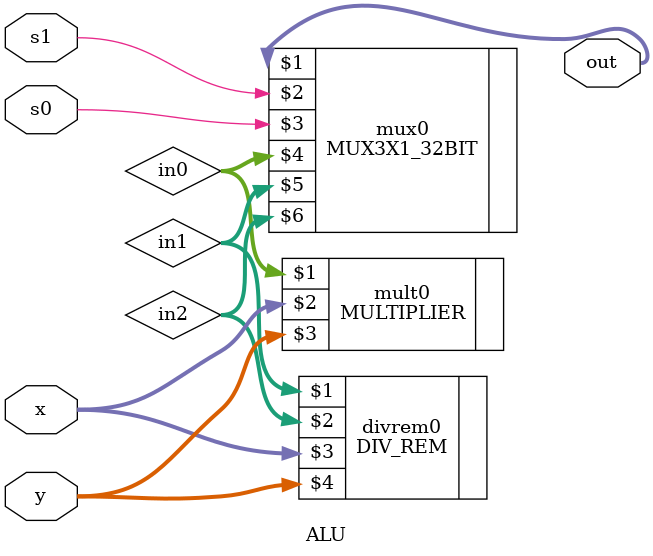
<source format=v>
module ALU(out,s1,s0,x,y);
   input[31:0] x,y;
   output [31:0] out;
   input 	 s1,s0;
   wire [31:0] 	 in0,in1,in2;
   MULTIPLIER mult0(in0,x,y);
   DIV_REM divrem0(in1,in2,x,y);
   MUX3X1_32BIT mux0(out,s1,s0,in0,in1,in2);
endmodule // ALU



</source>
